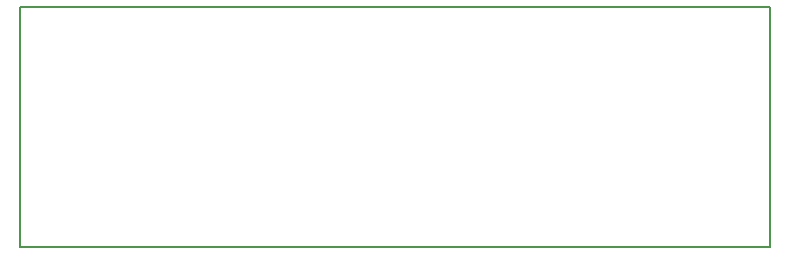
<source format=gko>
G04 Layer: BoardOutlineLayer*
G04 EasyEDA v6.5.42, 2024-04-08 08:38:15*
G04 e5b43dc0649c40c7af9ec927a61642e9,25835901624346e3b29966769a4e042a,10*
G04 Gerber Generator version 0.2*
G04 Scale: 100 percent, Rotated: No, Reflected: No *
G04 Dimensions in inches *
G04 leading zeros omitted , absolute positions ,3 integer and 6 decimal *
%FSLAX36Y36*%
%MOIN*%

%ADD10C,0.0060*%
D10*
X1000000Y1000000D02*
G01*
X3500000Y1000000D01*
X3500000Y200000D01*
X1000000Y200000D01*
X1000000Y1000000D01*

%LPD*%
M02*

</source>
